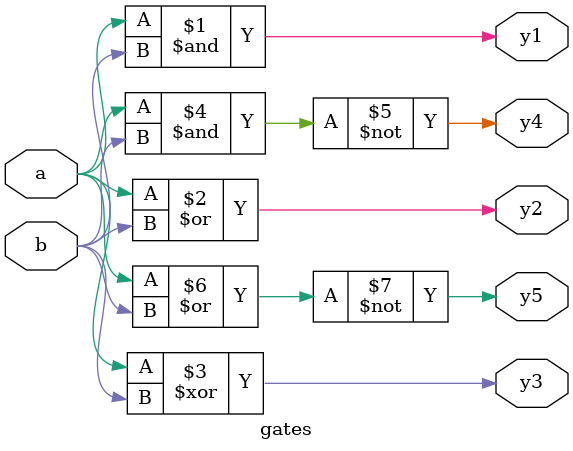
<source format=sv>
module gates(input logic a, b,
				 output logic y1, y2, y3, y4, y5);
	assign y1 = a & b; // AND
	assign y2 = a | b; // OR
	assign y3 = a ^ b; // XOR
	assign y4 = ~(a & b); // NAND
	assign y5 = ~(a | b); // NOR
endmodule
</source>
